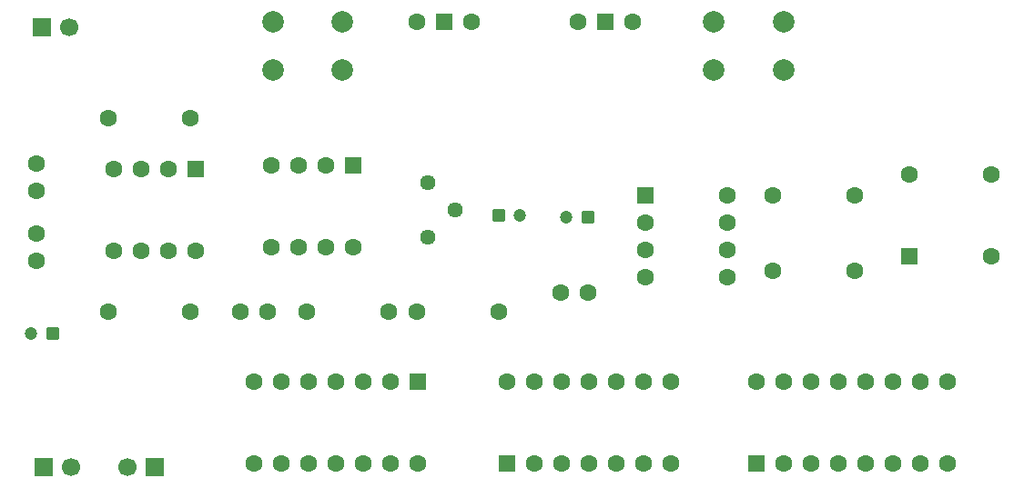
<source format=gbr>
%TF.GenerationSoftware,KiCad,Pcbnew,9.0.6*%
%TF.CreationDate,2025-11-16T18:38:51-05:00*%
%TF.ProjectId,Clock Module,436c6f63-6b20-44d6-9f64-756c652e6b69,rev?*%
%TF.SameCoordinates,Original*%
%TF.FileFunction,Soldermask,Bot*%
%TF.FilePolarity,Negative*%
%FSLAX46Y46*%
G04 Gerber Fmt 4.6, Leading zero omitted, Abs format (unit mm)*
G04 Created by KiCad (PCBNEW 9.0.6) date 2025-11-16 18:38:51*
%MOMM*%
%LPD*%
G01*
G04 APERTURE LIST*
G04 Aperture macros list*
%AMRoundRect*
0 Rectangle with rounded corners*
0 $1 Rounding radius*
0 $2 $3 $4 $5 $6 $7 $8 $9 X,Y pos of 4 corners*
0 Add a 4 corners polygon primitive as box body*
4,1,4,$2,$3,$4,$5,$6,$7,$8,$9,$2,$3,0*
0 Add four circle primitives for the rounded corners*
1,1,$1+$1,$2,$3*
1,1,$1+$1,$4,$5*
1,1,$1+$1,$6,$7*
1,1,$1+$1,$8,$9*
0 Add four rect primitives between the rounded corners*
20,1,$1+$1,$2,$3,$4,$5,0*
20,1,$1+$1,$4,$5,$6,$7,0*
20,1,$1+$1,$6,$7,$8,$9,0*
20,1,$1+$1,$8,$9,$2,$3,0*%
G04 Aperture macros list end*
%ADD10R,1.600000X1.600000*%
%ADD11C,1.600000*%
%ADD12RoundRect,0.250000X-0.550000X0.550000X-0.550000X-0.550000X0.550000X-0.550000X0.550000X0.550000X0*%
%ADD13C,1.700000*%
%ADD14R,1.700000X1.700000*%
%ADD15C,2.000000*%
%ADD16R,1.500000X1.500000*%
%ADD17RoundRect,0.250000X0.350000X0.350000X-0.350000X0.350000X-0.350000X-0.350000X0.350000X-0.350000X0*%
%ADD18C,1.200000*%
%ADD19RoundRect,0.250000X0.550000X-0.550000X0.550000X0.550000X-0.550000X0.550000X-0.550000X-0.550000X0*%
%ADD20RoundRect,0.250000X-0.350000X-0.350000X0.350000X-0.350000X0.350000X0.350000X-0.350000X0.350000X0*%
%ADD21RoundRect,0.250000X-0.550000X-0.550000X0.550000X-0.550000X0.550000X0.550000X-0.550000X0.550000X0*%
%ADD22C,1.440000*%
G04 APERTURE END LIST*
D10*
%TO.C,Y1*%
X235690000Y-47810000D03*
D11*
X243310000Y-47810000D03*
X243310000Y-40190000D03*
X235690000Y-40190000D03*
%TD*%
D12*
%TO.C,U6*%
X169310000Y-39690000D03*
D11*
X166770000Y-39690000D03*
X164230000Y-39690000D03*
X161690000Y-39690000D03*
X161690000Y-47310000D03*
X164230000Y-47310000D03*
X166770000Y-47310000D03*
X169310000Y-47310000D03*
%TD*%
D13*
%TO.C,J2*%
X157540000Y-26500000D03*
D14*
X155000000Y-26500000D03*
%TD*%
D11*
%TO.C,C6*%
X154500000Y-39250000D03*
X154500000Y-41750000D03*
%TD*%
D15*
%TO.C,SW1*%
X217500000Y-26000000D03*
X224000000Y-26000000D03*
X217500000Y-30500000D03*
X224000000Y-30500000D03*
%TD*%
D14*
%TO.C,J1*%
X165500000Y-67500000D03*
D13*
X162960000Y-67500000D03*
%TD*%
D11*
%TO.C,R1*%
X230625000Y-42190000D03*
X223005000Y-42190000D03*
%TD*%
%TO.C,R5*%
X168810000Y-35000000D03*
X161190000Y-35000000D03*
%TD*%
%TO.C,R2*%
X187310000Y-53000000D03*
X179690000Y-53000000D03*
%TD*%
D16*
%TO.C,SW3*%
X192460000Y-26000000D03*
D11*
X189920000Y-26000000D03*
X195000000Y-26000000D03*
%TD*%
%TO.C,C1*%
X173500000Y-53000000D03*
X176000000Y-53000000D03*
%TD*%
D17*
%TO.C,C4*%
X205787600Y-44190000D03*
D18*
X203787600Y-44190000D03*
%TD*%
D19*
%TO.C,U1*%
X198260000Y-67120000D03*
D11*
X200800000Y-67120000D03*
X203340000Y-67120000D03*
X205880000Y-67120000D03*
X208420000Y-67120000D03*
X210960000Y-67120000D03*
X213500000Y-67120000D03*
X213500000Y-59500000D03*
X210960000Y-59500000D03*
X208420000Y-59500000D03*
X205880000Y-59500000D03*
X203340000Y-59500000D03*
X200800000Y-59500000D03*
X198260000Y-59500000D03*
%TD*%
%TO.C,R3*%
X189880000Y-53000000D03*
X197500000Y-53000000D03*
%TD*%
D20*
%TO.C,C3*%
X197500000Y-44000000D03*
D18*
X199500000Y-44000000D03*
%TD*%
D11*
%TO.C,C2*%
X205815000Y-51190000D03*
X203315000Y-51190000D03*
%TD*%
D16*
%TO.C,SW2*%
X207460000Y-26000000D03*
D11*
X210000000Y-26000000D03*
X204920000Y-26000000D03*
%TD*%
D21*
%TO.C,U3*%
X211195000Y-42190000D03*
D11*
X211195000Y-44730000D03*
X211195000Y-47270000D03*
X211195000Y-49810000D03*
X218815000Y-49810000D03*
X218815000Y-47270000D03*
X218815000Y-44730000D03*
X218815000Y-42190000D03*
%TD*%
D13*
%TO.C,J3*%
X157775000Y-67500000D03*
D14*
X155235000Y-67500000D03*
%TD*%
D12*
%TO.C,U2*%
X184000000Y-39380000D03*
D11*
X181460000Y-39380000D03*
X178920000Y-39380000D03*
X176380000Y-39380000D03*
X176380000Y-47000000D03*
X178920000Y-47000000D03*
X181460000Y-47000000D03*
X184000000Y-47000000D03*
%TD*%
D12*
%TO.C,U5*%
X190000000Y-59500000D03*
D11*
X187460000Y-59500000D03*
X184920000Y-59500000D03*
X182380000Y-59500000D03*
X179840000Y-59500000D03*
X177300000Y-59500000D03*
X174760000Y-59500000D03*
X174760000Y-67120000D03*
X177300000Y-67120000D03*
X179840000Y-67120000D03*
X182380000Y-67120000D03*
X184920000Y-67120000D03*
X187460000Y-67120000D03*
X190000000Y-67120000D03*
%TD*%
D22*
%TO.C,RV1*%
X190960000Y-46040000D03*
X193500000Y-43500000D03*
X190960000Y-40960000D03*
%TD*%
D15*
%TO.C,SW4*%
X176500000Y-26000000D03*
X183000000Y-26000000D03*
X176500000Y-30500000D03*
X183000000Y-30500000D03*
%TD*%
D17*
%TO.C,C7*%
X156000000Y-55000000D03*
D18*
X154000000Y-55000000D03*
%TD*%
D11*
%TO.C,R4*%
X223005000Y-49190000D03*
X230625000Y-49190000D03*
%TD*%
%TO.C,R6*%
X161190000Y-53000000D03*
X168810000Y-53000000D03*
%TD*%
%TO.C,C5*%
X154500000Y-48250000D03*
X154500000Y-45750000D03*
%TD*%
D19*
%TO.C,U4*%
X221460000Y-67120000D03*
D11*
X224000000Y-67120000D03*
X226540000Y-67120000D03*
X229080000Y-67120000D03*
X231620000Y-67120000D03*
X234160000Y-67120000D03*
X236700000Y-67120000D03*
X239240000Y-67120000D03*
X239240000Y-59500000D03*
X236700000Y-59500000D03*
X234160000Y-59500000D03*
X231620000Y-59500000D03*
X229080000Y-59500000D03*
X226540000Y-59500000D03*
X224000000Y-59500000D03*
X221460000Y-59500000D03*
%TD*%
M02*

</source>
